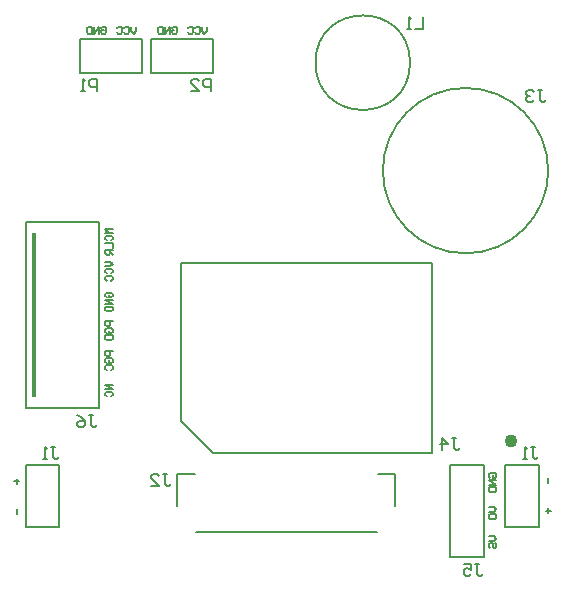
<source format=gbo>
G04 Layer_Color=32896*
%FSLAX44Y44*%
%MOMM*%
G71*
G01*
G75*
%ADD17C,0.2000*%
%ADD47C,1.1000*%
%ADD48R,0.3000X14.0000*%
%ADD49C,0.1500*%
D17*
X465000Y367000D02*
G03*
X465000Y367000I-70000J0D01*
G01*
X348000Y458400D02*
G03*
X348000Y458400I-40000J0D01*
G01*
X181250Y127750D02*
X367000D01*
X154250Y154750D02*
X181250Y127750D01*
X154250Y154750D02*
Y289000D01*
X367000Y127750D02*
Y289000D01*
X154250D02*
X367000D01*
X381776Y117462D02*
X410224D01*
Y39738D02*
Y117462D01*
X381776Y39738D02*
X410224D01*
X381776D02*
Y117462D01*
X23266Y165760D02*
X84734D01*
Y323240D01*
X23266D02*
X84734D01*
X23266Y165760D02*
Y323240D01*
X22776Y117462D02*
X51224D01*
Y65000D02*
Y117462D01*
X22776Y65000D02*
X51224D01*
X22776D02*
Y117462D01*
X428776Y65538D02*
X457224D01*
X428776D02*
Y118000D01*
X457224D01*
Y65538D02*
Y118000D01*
X121462Y449776D02*
Y478224D01*
X69000Y449776D02*
X121462D01*
X69000D02*
Y478224D01*
X121462D01*
X181462Y449776D02*
Y478224D01*
X129000Y449776D02*
X181462D01*
X129000D02*
Y478224D01*
X181462D01*
X320700Y110000D02*
X335700D01*
X150700D02*
X165700D01*
X166700Y61000D02*
X319700D01*
X150700Y83000D02*
Y110000D01*
X335700Y83000D02*
Y110000D01*
X403335Y33997D02*
X406668D01*
X405002D01*
Y25666D01*
X406668Y24000D01*
X408334D01*
X410000Y25666D01*
X393339Y33997D02*
X400003D01*
Y28998D01*
X396671Y30665D01*
X395005D01*
X393339Y28998D01*
Y25666D01*
X395005Y24000D01*
X398337D01*
X400003Y25666D01*
X456335Y434997D02*
X459668D01*
X458002D01*
Y426666D01*
X459668Y425000D01*
X461334D01*
X463000Y426666D01*
X453003Y433331D02*
X451337Y434997D01*
X448005D01*
X446339Y433331D01*
Y431665D01*
X448005Y429998D01*
X449671D01*
X448005D01*
X446339Y428332D01*
Y426666D01*
X448005Y425000D01*
X451337D01*
X453003Y426666D01*
X450085Y132997D02*
X453418D01*
X451752D01*
Y124666D01*
X453418Y123000D01*
X455084D01*
X456750Y124666D01*
X446753Y123000D02*
X443421D01*
X445087D01*
Y132997D01*
X446753Y131331D01*
X43836Y132997D02*
X47168D01*
X45502D01*
Y124666D01*
X47168Y123000D01*
X48834D01*
X50500Y124666D01*
X40503Y123000D02*
X37171D01*
X38837D01*
Y132997D01*
X40503Y131331D01*
X179500Y434250D02*
Y444247D01*
X174502D01*
X172836Y442581D01*
Y439248D01*
X174502Y437582D01*
X179500D01*
X162839Y434250D02*
X169503D01*
X162839Y440914D01*
Y442581D01*
X164505Y444247D01*
X167837D01*
X169503Y442581D01*
X82750Y434250D02*
Y444247D01*
X77752D01*
X76086Y442581D01*
Y439248D01*
X77752Y437582D01*
X82750D01*
X72753Y434250D02*
X69421D01*
X71087D01*
Y444247D01*
X72753Y442581D01*
X359000Y496997D02*
Y487000D01*
X352336D01*
X349003D02*
X345671D01*
X347337D01*
Y496997D01*
X349003Y495331D01*
X76335Y159997D02*
X79668D01*
X78001D01*
Y151666D01*
X79668Y150000D01*
X81334D01*
X83000Y151666D01*
X66339Y159997D02*
X69671Y158330D01*
X73003Y154998D01*
Y151666D01*
X71337Y150000D01*
X68005D01*
X66339Y151666D01*
Y153332D01*
X68005Y154998D01*
X73003D01*
X383586Y140247D02*
X386918D01*
X385252D01*
Y131916D01*
X386918Y130250D01*
X388584D01*
X390250Y131916D01*
X375255Y130250D02*
Y140247D01*
X380253Y135248D01*
X373589D01*
X139086Y109997D02*
X142418D01*
X140752D01*
Y101666D01*
X142418Y100000D01*
X144084D01*
X145750Y101666D01*
X129089Y100000D02*
X135753D01*
X129089Y106664D01*
Y108331D01*
X130755Y109997D01*
X134087D01*
X135753Y108331D01*
D47*
X433400Y138000D02*
D03*
D48*
X30000Y244500D02*
D03*
D49*
X415132Y82156D02*
X419131D01*
X421130Y80157D01*
X419131Y78157D01*
X415132D01*
Y73159D02*
Y75158D01*
X416132Y76158D01*
X420130D01*
X421130Y75158D01*
Y73159D01*
X420130Y72159D01*
X416132D01*
X415132Y73159D01*
X415002Y57500D02*
X419001D01*
X421000Y55501D01*
X419001Y53501D01*
X415002D01*
X416002Y47503D02*
X415002Y48503D01*
Y50502D01*
X416002Y51502D01*
X417001D01*
X418001Y50502D01*
Y48503D01*
X419001Y47503D01*
X420000D01*
X421000Y48503D01*
Y50502D01*
X420000Y51502D01*
X416002Y107001D02*
X415002Y108001D01*
Y110000D01*
X416002Y111000D01*
X420000D01*
X421000Y110000D01*
Y108001D01*
X420000Y107001D01*
X418001D01*
Y109001D01*
X421000Y105002D02*
X415002D01*
X421000Y101003D01*
X415002D01*
Y99004D02*
X421000D01*
Y96005D01*
X420000Y95005D01*
X416002D01*
X415002Y96005D01*
Y99004D01*
X96164Y185826D02*
X90166D01*
X96164Y181827D01*
X90166D01*
X91166Y175829D02*
X90166Y176829D01*
Y178828D01*
X91166Y179828D01*
X95164D01*
X96164Y178828D01*
Y176829D01*
X95164Y175829D01*
X96164Y214274D02*
X90166D01*
Y211275D01*
X91166Y210275D01*
X93165D01*
X94165Y211275D01*
Y214274D01*
X91166Y204277D02*
X90166Y205277D01*
Y207276D01*
X91166Y208276D01*
X95164D01*
X96164Y207276D01*
Y205277D01*
X95164Y204277D01*
X93165D01*
Y206277D01*
X91166Y198279D02*
X90166Y199279D01*
Y201278D01*
X91166Y202278D01*
X95164D01*
X96164Y201278D01*
Y199279D01*
X95164Y198279D01*
X96164Y239420D02*
X90166D01*
Y236421D01*
X91166Y235421D01*
X93165D01*
X94165Y236421D01*
Y239420D01*
X91166Y229423D02*
X90166Y230423D01*
Y232422D01*
X91166Y233422D01*
X95164D01*
X96164Y232422D01*
Y230423D01*
X95164Y229423D01*
X93165D01*
Y231423D01*
X90166Y227424D02*
X96164D01*
Y224425D01*
X95164Y223425D01*
X91166D01*
X90166Y224425D01*
Y227424D01*
X91166Y259805D02*
X90166Y260805D01*
Y262804D01*
X91166Y263804D01*
X95164D01*
X96164Y262804D01*
Y260805D01*
X95164Y259805D01*
X93165D01*
Y261805D01*
X96164Y257806D02*
X90166D01*
X96164Y253807D01*
X90166D01*
Y251808D02*
X96164D01*
Y248809D01*
X95164Y247809D01*
X91166D01*
X90166Y248809D01*
Y251808D01*
X96164Y317906D02*
X90166D01*
X92165Y315907D01*
X90166Y313907D01*
X96164D01*
X91166Y307909D02*
X90166Y308909D01*
Y310908D01*
X91166Y311908D01*
X95164D01*
X96164Y310908D01*
Y308909D01*
X95164Y307909D01*
X90166Y305910D02*
X96164D01*
Y301911D01*
Y299912D02*
X90166D01*
Y296913D01*
X91166Y295913D01*
X93165D01*
X94165Y296913D01*
Y299912D01*
Y297913D02*
X96164Y295913D01*
X90166Y289966D02*
X94165D01*
X96164Y287967D01*
X94165Y285967D01*
X90166D01*
X91166Y279969D02*
X90166Y280969D01*
Y282968D01*
X91166Y283968D01*
X95164D01*
X96164Y282968D01*
Y280969D01*
X95164Y279969D01*
X91166Y273971D02*
X90166Y274971D01*
Y276970D01*
X91166Y277970D01*
X95164D01*
X96164Y276970D01*
Y274971D01*
X95164Y273971D01*
X15001Y80500D02*
Y76501D01*
Y106000D02*
Y102001D01*
X13002Y104001D02*
X17000D01*
X464999Y102500D02*
Y106499D01*
Y77000D02*
Y80999D01*
X466998Y78999D02*
X463000D01*
X86501Y487998D02*
X87501Y488998D01*
X89500D01*
X90500Y487998D01*
Y484000D01*
X89500Y483000D01*
X87501D01*
X86501Y484000D01*
Y485999D01*
X88501D01*
X84502Y483000D02*
Y488998D01*
X80503Y483000D01*
Y488998D01*
X78504D02*
Y483000D01*
X75505D01*
X74505Y484000D01*
Y487998D01*
X75505Y488998D01*
X78504D01*
X116000D02*
Y484999D01*
X114001Y483000D01*
X112001Y484999D01*
Y488998D01*
X106003Y487998D02*
X107003Y488998D01*
X109002D01*
X110002Y487998D01*
Y484000D01*
X109002Y483000D01*
X107003D01*
X106003Y484000D01*
X100005Y487998D02*
X101005Y488998D01*
X103004D01*
X104004Y487998D01*
Y484000D01*
X103004Y483000D01*
X101005D01*
X100005Y484000D01*
X146501Y487999D02*
X147501Y488998D01*
X149501D01*
X150500Y487999D01*
Y484000D01*
X149501Y483000D01*
X147501D01*
X146501Y484000D01*
Y485999D01*
X148501D01*
X144502Y483000D02*
Y488998D01*
X140503Y483000D01*
Y488998D01*
X138504D02*
Y483000D01*
X135505D01*
X134505Y484000D01*
Y487999D01*
X135505Y488998D01*
X138504D01*
X176000D02*
Y485000D01*
X174001Y483000D01*
X172001Y485000D01*
Y488998D01*
X166003Y487999D02*
X167003Y488998D01*
X169002D01*
X170002Y487999D01*
Y484000D01*
X169002Y483000D01*
X167003D01*
X166003Y484000D01*
X160005Y487999D02*
X161005Y488998D01*
X163004D01*
X164004Y487999D01*
Y484000D01*
X163004Y483000D01*
X161005D01*
X160005Y484000D01*
M02*

</source>
